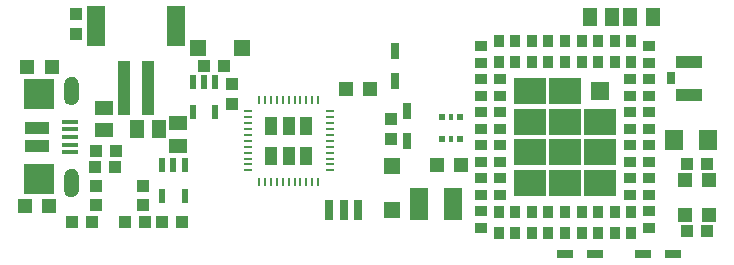
<source format=gbr>
G04 EAGLE Gerber RS-274X export*
G75*
%MOMM*%
%FSLAX34Y34*%
%LPD*%
%INSolderpaste Top*%
%IPPOS*%
%AMOC8*
5,1,8,0,0,1.08239X$1,22.5*%
G01*
%ADD10R,1.500000X1.300000*%
%ADD11R,1.000000X1.100000*%
%ADD12R,1.100000X1.000000*%
%ADD13R,1.200000X1.300000*%
%ADD14R,1.200000X1.200000*%
%ADD15R,0.250000X0.800000*%
%ADD16R,0.800000X0.250000*%
%ADD17R,1.000000X1.500000*%
%ADD18R,1.000000X1.000000*%
%ADD19R,0.700000X1.700000*%
%ADD20R,1.350000X0.400000*%
%ADD21R,2.000000X1.000000*%
%ADD22R,2.500000X2.500000*%
%ADD23R,0.550000X1.200000*%
%ADD24R,1.400000X1.400000*%
%ADD25R,1.000000X4.600000*%
%ADD26R,1.600000X3.400000*%
%ADD27R,1.300000X1.500000*%
%ADD28R,0.900000X1.100000*%
%ADD29R,1.100000X0.900000*%
%ADD30R,1.500000X1.500000*%
%ADD31R,2.700000X2.300000*%
%ADD32R,1.350000X0.800000*%
%ADD33R,0.800000X1.350000*%
%ADD34R,0.500000X0.500000*%
%ADD35R,0.400000X0.500000*%
%ADD36R,1.600000X2.700000*%
%ADD37R,2.200000X1.050000*%
%ADD38R,0.800000X1.000000*%
%ADD39R,1.600000X1.800000*%

G36*
X53548Y141173D02*
X53548Y141173D01*
X54822Y141373D01*
X54869Y141390D01*
X54959Y141411D01*
X56155Y141889D01*
X56198Y141916D01*
X56281Y141956D01*
X57341Y142688D01*
X57377Y142724D01*
X57448Y142782D01*
X58319Y143732D01*
X58346Y143774D01*
X58403Y143847D01*
X59040Y144967D01*
X59057Y145014D01*
X59096Y145097D01*
X59469Y146331D01*
X59474Y146381D01*
X59494Y146471D01*
X59583Y147756D01*
X59581Y147776D01*
X59584Y147800D01*
X59584Y158800D01*
X59582Y158815D01*
X59583Y158835D01*
X59522Y159961D01*
X59511Y160008D01*
X59503Y160084D01*
X59222Y161177D01*
X59202Y161221D01*
X59180Y161294D01*
X58692Y162311D01*
X58664Y162350D01*
X58627Y162417D01*
X57950Y163320D01*
X57915Y163353D01*
X57866Y163411D01*
X57026Y164164D01*
X56985Y164190D01*
X56925Y164238D01*
X55954Y164812D01*
X55909Y164829D01*
X55842Y164865D01*
X54777Y165239D01*
X54730Y165247D01*
X54657Y165269D01*
X53540Y165428D01*
X53512Y165427D01*
X53360Y165428D01*
X52244Y165269D01*
X52198Y165254D01*
X52123Y165239D01*
X51058Y164865D01*
X51016Y164841D01*
X50946Y164812D01*
X49975Y164238D01*
X49938Y164206D01*
X49874Y164164D01*
X49034Y163411D01*
X49005Y163374D01*
X48950Y163320D01*
X48273Y162417D01*
X48251Y162374D01*
X48208Y162311D01*
X47720Y161294D01*
X47707Y161247D01*
X47678Y161177D01*
X47397Y160084D01*
X47394Y160036D01*
X47378Y159961D01*
X47317Y158835D01*
X47319Y158819D01*
X47316Y158800D01*
X47316Y147800D01*
X47319Y147785D01*
X47317Y147765D01*
X47378Y146639D01*
X47390Y146592D01*
X47397Y146516D01*
X47678Y145423D01*
X47698Y145379D01*
X47720Y145306D01*
X48208Y144289D01*
X48237Y144250D01*
X48273Y144183D01*
X48950Y143280D01*
X48985Y143247D01*
X49034Y143189D01*
X49874Y142436D01*
X49915Y142410D01*
X49975Y142362D01*
X50946Y141788D01*
X50991Y141771D01*
X51058Y141735D01*
X52123Y141361D01*
X52170Y141353D01*
X52244Y141331D01*
X53360Y141172D01*
X53361Y141172D01*
X53548Y141173D01*
G37*
G36*
X53548Y63173D02*
X53548Y63173D01*
X54822Y63373D01*
X54869Y63390D01*
X54959Y63411D01*
X56155Y63889D01*
X56198Y63916D01*
X56281Y63956D01*
X57341Y64688D01*
X57377Y64724D01*
X57448Y64782D01*
X58319Y65732D01*
X58346Y65774D01*
X58403Y65847D01*
X59040Y66967D01*
X59057Y67014D01*
X59096Y67097D01*
X59469Y68331D01*
X59474Y68381D01*
X59494Y68471D01*
X59583Y69756D01*
X59581Y69776D01*
X59584Y69800D01*
X59584Y80800D01*
X59582Y80815D01*
X59583Y80835D01*
X59522Y81961D01*
X59511Y82008D01*
X59503Y82084D01*
X59222Y83177D01*
X59202Y83221D01*
X59180Y83294D01*
X58692Y84311D01*
X58664Y84350D01*
X58627Y84417D01*
X57950Y85320D01*
X57915Y85353D01*
X57866Y85411D01*
X57026Y86164D01*
X56985Y86190D01*
X56925Y86238D01*
X55954Y86812D01*
X55909Y86829D01*
X55842Y86865D01*
X54777Y87239D01*
X54730Y87247D01*
X54657Y87269D01*
X53540Y87428D01*
X53512Y87427D01*
X53360Y87428D01*
X52244Y87269D01*
X52198Y87254D01*
X52123Y87239D01*
X51058Y86865D01*
X51016Y86841D01*
X50946Y86812D01*
X49975Y86238D01*
X49938Y86206D01*
X49874Y86164D01*
X49034Y85411D01*
X49005Y85374D01*
X48950Y85320D01*
X48273Y84417D01*
X48251Y84374D01*
X48208Y84311D01*
X47720Y83294D01*
X47707Y83247D01*
X47678Y83177D01*
X47397Y82084D01*
X47394Y82036D01*
X47378Y81961D01*
X47317Y80835D01*
X47319Y80819D01*
X47316Y80800D01*
X47316Y69800D01*
X47319Y69785D01*
X47317Y69765D01*
X47378Y68639D01*
X47390Y68592D01*
X47397Y68516D01*
X47678Y67423D01*
X47698Y67379D01*
X47720Y67306D01*
X48208Y66289D01*
X48237Y66250D01*
X48273Y66183D01*
X48950Y65280D01*
X48985Y65247D01*
X49034Y65189D01*
X49874Y64436D01*
X49915Y64410D01*
X49975Y64362D01*
X50946Y63788D01*
X50991Y63771D01*
X51058Y63735D01*
X52123Y63361D01*
X52170Y63353D01*
X52244Y63331D01*
X53360Y63172D01*
X53361Y63172D01*
X53548Y63173D01*
G37*
D10*
X80880Y120090D03*
X80880Y139090D03*
D11*
X189400Y141870D03*
X189400Y158870D03*
D10*
X143660Y125740D03*
X143660Y106740D03*
D12*
X73690Y102680D03*
X90690Y102680D03*
X72998Y88787D03*
X89998Y88787D03*
D13*
X305848Y154636D03*
X285528Y154636D03*
D14*
X15950Y173590D03*
X36950Y173590D03*
D15*
X212182Y76266D03*
X217182Y76266D03*
X222182Y76266D03*
X227182Y76266D03*
X232182Y76266D03*
X237182Y76266D03*
X242182Y76266D03*
X247182Y76266D03*
X252182Y76266D03*
X257182Y76266D03*
X262182Y76266D03*
D16*
X271932Y86016D03*
X271932Y91016D03*
X271932Y96016D03*
X271932Y101016D03*
X271932Y106016D03*
X271932Y111016D03*
X271932Y116016D03*
X271932Y121016D03*
X271932Y126016D03*
X271932Y131016D03*
X271932Y136016D03*
D15*
X262182Y145766D03*
X257182Y145766D03*
X252182Y145766D03*
X247182Y145766D03*
X242182Y145766D03*
X237182Y145766D03*
X232182Y145766D03*
X227182Y145766D03*
X222182Y145766D03*
X217182Y145766D03*
X212182Y145766D03*
D16*
X202432Y136016D03*
X202432Y131016D03*
X202432Y126016D03*
X202432Y121016D03*
X202432Y116016D03*
X202432Y111016D03*
X202432Y106016D03*
X202432Y101016D03*
X202432Y96016D03*
X202432Y91016D03*
X202432Y86016D03*
D17*
X222182Y123516D03*
X237182Y123516D03*
X252182Y123516D03*
X252182Y98516D03*
X237182Y98516D03*
X222182Y98516D03*
D12*
X98688Y42176D03*
X115688Y42176D03*
D11*
X57150Y218050D03*
X57150Y201050D03*
D18*
X73980Y56770D03*
X73980Y72770D03*
X113980Y72770D03*
X113980Y56770D03*
D19*
X295736Y52596D03*
X283736Y52596D03*
X271736Y52596D03*
D20*
X52200Y127300D03*
X52200Y120800D03*
X52200Y114300D03*
X52200Y107800D03*
X52200Y101300D03*
D21*
X24450Y121800D03*
X24450Y106800D03*
D22*
X25450Y150300D03*
X25450Y78300D03*
D23*
X175108Y161083D03*
X165608Y161083D03*
X156108Y161083D03*
X156108Y135081D03*
X175108Y135081D03*
D24*
X197570Y189230D03*
X160570Y189230D03*
D25*
X97950Y156040D03*
X117950Y156040D03*
D26*
X73950Y208040D03*
X141950Y208040D03*
D23*
X149200Y90471D03*
X139700Y90471D03*
X130200Y90471D03*
X130200Y64469D03*
X149200Y64469D03*
D14*
X34630Y55880D03*
X13630Y55880D03*
D12*
X53730Y41910D03*
X70730Y41910D03*
D27*
X108610Y120650D03*
X127610Y120650D03*
D12*
X146930Y41910D03*
X129930Y41910D03*
D28*
X527170Y195300D03*
X513170Y195300D03*
X499170Y195300D03*
X485170Y195300D03*
X471170Y195300D03*
X457170Y195300D03*
X443170Y195300D03*
X429170Y195300D03*
X415170Y195300D03*
D29*
X400170Y191300D03*
X400170Y177300D03*
X400170Y163300D03*
X400170Y149300D03*
X400170Y135300D03*
X400170Y121300D03*
X400170Y107300D03*
X400170Y93300D03*
X400170Y79300D03*
X400170Y65300D03*
X400170Y51300D03*
X400170Y37300D03*
D28*
X415170Y33300D03*
X429170Y33300D03*
X443170Y33300D03*
X457170Y33300D03*
X471170Y33300D03*
X485170Y33300D03*
X499170Y33300D03*
X513170Y33300D03*
X527170Y33300D03*
D29*
X542170Y37300D03*
X542170Y51300D03*
X542170Y65300D03*
X542170Y79300D03*
X542170Y93300D03*
X542170Y107300D03*
X542170Y121300D03*
X542170Y135300D03*
X542170Y149300D03*
X542170Y163300D03*
X542170Y177300D03*
X542170Y191300D03*
D28*
X527170Y177900D03*
X513170Y177900D03*
X499170Y177900D03*
X485170Y177900D03*
X471170Y177900D03*
X457170Y177900D03*
X443170Y177900D03*
X429170Y177900D03*
X415170Y177900D03*
D29*
X416170Y163300D03*
X416170Y149300D03*
X416170Y135300D03*
X416170Y121300D03*
X416170Y107300D03*
X416170Y93300D03*
X416170Y79300D03*
X416170Y65300D03*
D28*
X415170Y50700D03*
X429170Y50700D03*
X443170Y50700D03*
X457170Y50700D03*
X471170Y50700D03*
X485170Y50700D03*
X499170Y50700D03*
X513170Y50700D03*
X527170Y50700D03*
D29*
X526170Y65300D03*
X526170Y79300D03*
X526170Y93300D03*
X526170Y107300D03*
X526170Y121300D03*
X526170Y135300D03*
X526170Y149300D03*
X526170Y163300D03*
D30*
X501170Y153300D03*
D31*
X471170Y153300D03*
X441170Y153300D03*
X441170Y127300D03*
X441170Y101300D03*
X441170Y75300D03*
X471170Y75300D03*
X501170Y75300D03*
X501170Y101300D03*
X501170Y127300D03*
X471170Y127300D03*
X471170Y101300D03*
D13*
X382905Y90170D03*
X362585Y90170D03*
D32*
X537210Y15240D03*
X562610Y15240D03*
D33*
X327660Y186690D03*
X327660Y161290D03*
X337820Y135890D03*
X337820Y110490D03*
D14*
X572430Y77470D03*
X593430Y77470D03*
X572430Y48260D03*
X593430Y48260D03*
D12*
X591430Y91440D03*
X574430Y91440D03*
X591430Y34290D03*
X574430Y34290D03*
D34*
X367150Y112920D03*
D35*
X374650Y112920D03*
D34*
X382150Y112920D03*
X382150Y130920D03*
D35*
X374650Y130920D03*
D34*
X367150Y130920D03*
D24*
X325120Y52620D03*
X325120Y89620D03*
D27*
X511150Y215900D03*
X492150Y215900D03*
X526440Y215900D03*
X545440Y215900D03*
D36*
X347950Y57150D03*
X375950Y57150D03*
D37*
X576580Y150080D03*
X576580Y177580D03*
D38*
X561330Y163830D03*
D39*
X563850Y111760D03*
X591850Y111760D03*
D32*
X471170Y15240D03*
X496570Y15240D03*
D12*
X165490Y174244D03*
X182490Y174244D03*
D11*
X323850Y112150D03*
X323850Y129150D03*
M02*

</source>
